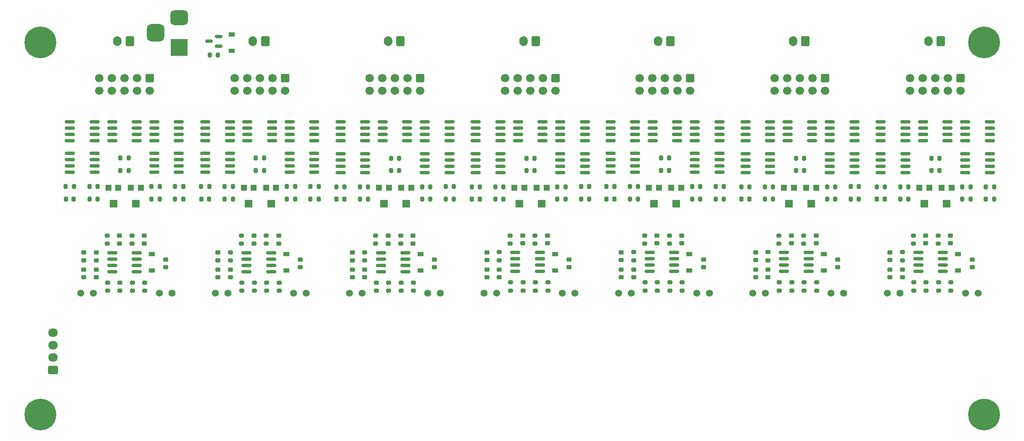
<source format=gts>
G04 #@! TF.GenerationSoftware,KiCad,Pcbnew,(6.0.0)*
G04 #@! TF.CreationDate,2022-10-10T14:03:21+02:00*
G04 #@! TF.ProjectId,sonus7_rev1,736f6e75-7337-45f7-9265-76312e6b6963,rev?*
G04 #@! TF.SameCoordinates,Original*
G04 #@! TF.FileFunction,Soldermask,Top*
G04 #@! TF.FilePolarity,Negative*
%FSLAX46Y46*%
G04 Gerber Fmt 4.6, Leading zero omitted, Abs format (unit mm)*
G04 Created by KiCad (PCBNEW (6.0.0)) date 2022-10-10 14:03:21*
%MOMM*%
%LPD*%
G01*
G04 APERTURE LIST*
G04 Aperture macros list*
%AMRoundRect*
0 Rectangle with rounded corners*
0 $1 Rounding radius*
0 $2 $3 $4 $5 $6 $7 $8 $9 X,Y pos of 4 corners*
0 Add a 4 corners polygon primitive as box body*
4,1,4,$2,$3,$4,$5,$6,$7,$8,$9,$2,$3,0*
0 Add four circle primitives for the rounded corners*
1,1,$1+$1,$2,$3*
1,1,$1+$1,$4,$5*
1,1,$1+$1,$6,$7*
1,1,$1+$1,$8,$9*
0 Add four rect primitives between the rounded corners*
20,1,$1+$1,$2,$3,$4,$5,0*
20,1,$1+$1,$4,$5,$6,$7,0*
20,1,$1+$1,$6,$7,$8,$9,0*
20,1,$1+$1,$8,$9,$2,$3,0*%
G04 Aperture macros list end*
%ADD10RoundRect,0.200000X-0.275000X0.200000X-0.275000X-0.200000X0.275000X-0.200000X0.275000X0.200000X0*%
%ADD11RoundRect,0.150000X-0.825000X-0.150000X0.825000X-0.150000X0.825000X0.150000X-0.825000X0.150000X0*%
%ADD12RoundRect,0.200000X0.275000X-0.200000X0.275000X0.200000X-0.275000X0.200000X-0.275000X-0.200000X0*%
%ADD13RoundRect,0.200000X-0.200000X-0.275000X0.200000X-0.275000X0.200000X0.275000X-0.200000X0.275000X0*%
%ADD14RoundRect,0.225000X-0.250000X0.225000X-0.250000X-0.225000X0.250000X-0.225000X0.250000X0.225000X0*%
%ADD15RoundRect,0.225000X0.250000X-0.225000X0.250000X0.225000X-0.250000X0.225000X-0.250000X-0.225000X0*%
%ADD16R,1.200000X0.900000*%
%ADD17C,6.400000*%
%ADD18C,1.400000*%
%ADD19RoundRect,0.250000X-0.600000X0.600000X-0.600000X-0.600000X0.600000X-0.600000X0.600000X0.600000X0*%
%ADD20C,1.700000*%
%ADD21RoundRect,0.250000X0.725000X-0.600000X0.725000X0.600000X-0.725000X0.600000X-0.725000X-0.600000X0*%
%ADD22O,1.950000X1.700000*%
%ADD23R,1.200000X1.200000*%
%ADD24R,1.600000X1.500000*%
%ADD25RoundRect,0.150000X0.587500X0.150000X-0.587500X0.150000X-0.587500X-0.150000X0.587500X-0.150000X0*%
%ADD26RoundRect,0.250000X0.600000X0.750000X-0.600000X0.750000X-0.600000X-0.750000X0.600000X-0.750000X0*%
%ADD27O,1.700000X2.000000*%
%ADD28RoundRect,0.200000X0.200000X0.275000X-0.200000X0.275000X-0.200000X-0.275000X0.200000X-0.275000X0*%
%ADD29RoundRect,0.225000X-0.225000X-0.250000X0.225000X-0.250000X0.225000X0.250000X-0.225000X0.250000X0*%
%ADD30R,3.500000X3.500000*%
%ADD31RoundRect,0.750000X-1.000000X0.750000X-1.000000X-0.750000X1.000000X-0.750000X1.000000X0.750000X0*%
%ADD32RoundRect,0.875000X-0.875000X0.875000X-0.875000X-0.875000X0.875000X-0.875000X0.875000X0.875000X0*%
G04 APERTURE END LIST*
D10*
X207350000Y-101850000D03*
X207350000Y-103500000D03*
D11*
X187972500Y-75877500D03*
X187972500Y-77147500D03*
X187972500Y-78417500D03*
X187972500Y-79687500D03*
X192922500Y-79687500D03*
X192922500Y-78417500D03*
X192922500Y-77147500D03*
X192922500Y-75877500D03*
X62212500Y-75857500D03*
X62212500Y-77127500D03*
X62212500Y-78397500D03*
X62212500Y-79667500D03*
X67162500Y-79667500D03*
X67162500Y-78397500D03*
X67162500Y-77127500D03*
X67162500Y-75857500D03*
D12*
X47537500Y-103532500D03*
X47537500Y-101882500D03*
D13*
X110607500Y-82542500D03*
X112257500Y-82542500D03*
D11*
X143787500Y-75857500D03*
X143787500Y-77127500D03*
X143787500Y-78397500D03*
X143787500Y-79667500D03*
X148737500Y-79667500D03*
X148737500Y-78397500D03*
X148737500Y-77127500D03*
X148737500Y-75857500D03*
D14*
X145950000Y-99250000D03*
X145950000Y-100800000D03*
D12*
X42437500Y-94057500D03*
X42437500Y-92407500D03*
D13*
X214637500Y-85072500D03*
X216287500Y-85072500D03*
D12*
X96637500Y-103532500D03*
X96637500Y-101882500D03*
D14*
X64787500Y-99282500D03*
X64787500Y-100832500D03*
D13*
X147712500Y-85032500D03*
X149362500Y-85032500D03*
X66137500Y-85032500D03*
X67787500Y-85032500D03*
X137857500Y-85052500D03*
X139507500Y-85052500D03*
D15*
X121400000Y-100800000D03*
X121400000Y-99250000D03*
D12*
X128700000Y-103500000D03*
X128700000Y-101850000D03*
D13*
X105857500Y-82552500D03*
X107507500Y-82552500D03*
D12*
X202550000Y-97400000D03*
X202550000Y-95750000D03*
D11*
X51962500Y-75857500D03*
X51962500Y-77127500D03*
X51962500Y-78397500D03*
X51962500Y-79667500D03*
X56912500Y-79667500D03*
X56912500Y-78397500D03*
X56912500Y-77127500D03*
X56912500Y-75857500D03*
D16*
X159700000Y-99450000D03*
X159700000Y-96150000D03*
D11*
X198212500Y-75897500D03*
X198212500Y-77167500D03*
X198212500Y-78437500D03*
X198212500Y-79707500D03*
X203162500Y-79707500D03*
X203162500Y-78437500D03*
X203162500Y-77167500D03*
X203162500Y-75897500D03*
X143787500Y-69472500D03*
X143787500Y-70742500D03*
X143787500Y-72012500D03*
X143787500Y-73282500D03*
X148737500Y-73282500D03*
X148737500Y-72012500D03*
X148737500Y-70742500D03*
X148737500Y-69472500D03*
D13*
X153962500Y-76782500D03*
X155612500Y-76782500D03*
D16*
X78537500Y-99482500D03*
X78537500Y-96182500D03*
D12*
X177700000Y-94025000D03*
X177700000Y-92375000D03*
X155650000Y-94025000D03*
X155650000Y-92375000D03*
D13*
X187397500Y-82552500D03*
X189047500Y-82552500D03*
D15*
X126100000Y-93975000D03*
X126100000Y-92425000D03*
D11*
X178725000Y-95845000D03*
X178725000Y-97115000D03*
X178725000Y-98385000D03*
X178725000Y-99655000D03*
X183675000Y-99655000D03*
X183675000Y-98385000D03*
X183675000Y-97115000D03*
X183675000Y-95845000D03*
D13*
X174897500Y-85052500D03*
X176547500Y-85052500D03*
D17*
X29000000Y-53500000D03*
D10*
X126200000Y-101850000D03*
X126200000Y-103500000D03*
D11*
X106432500Y-69492500D03*
X106432500Y-70762500D03*
X106432500Y-72032500D03*
X106432500Y-73302500D03*
X111382500Y-73302500D03*
X111382500Y-72032500D03*
X111382500Y-70762500D03*
X111382500Y-69492500D03*
D18*
X52937500Y-104032500D03*
X55477500Y-104032500D03*
D13*
X197387500Y-82572500D03*
X199037500Y-82572500D03*
D12*
X155750000Y-103500000D03*
X155750000Y-101850000D03*
D11*
X152287500Y-69472500D03*
X152287500Y-70742500D03*
X152287500Y-72012500D03*
X152287500Y-73282500D03*
X157237500Y-73282500D03*
X157237500Y-72012500D03*
X157237500Y-70742500D03*
X157237500Y-69472500D03*
D13*
X120607500Y-82552500D03*
X122257500Y-82552500D03*
X120607500Y-85052500D03*
X122257500Y-85052500D03*
D10*
X158250000Y-101850000D03*
X158250000Y-103500000D03*
D13*
X153962500Y-79282500D03*
X155612500Y-79282500D03*
D19*
X78267500Y-60625000D03*
D20*
X78267500Y-63165000D03*
X75727500Y-60625000D03*
X75727500Y-63165000D03*
X73187500Y-60625000D03*
X73187500Y-63165000D03*
X70647500Y-60625000D03*
X70647500Y-63165000D03*
X68107500Y-60625000D03*
X68107500Y-63165000D03*
D15*
X145950000Y-97350000D03*
X145950000Y-95800000D03*
D13*
X83387500Y-85032500D03*
X85037500Y-85032500D03*
X214637500Y-82572500D03*
X216287500Y-82572500D03*
X105857500Y-85052500D03*
X107507500Y-85052500D03*
X93357500Y-82552500D03*
X95007500Y-82552500D03*
X66137500Y-82532500D03*
X67787500Y-82532500D03*
X72387500Y-79282500D03*
X74037500Y-79282500D03*
D15*
X180200000Y-93975000D03*
X180200000Y-92425000D03*
D18*
X134100000Y-104000000D03*
X136640000Y-104000000D03*
D13*
X51387500Y-82532500D03*
X53037500Y-82532500D03*
D11*
X116682500Y-75877500D03*
X116682500Y-77147500D03*
X116682500Y-78417500D03*
X116682500Y-79687500D03*
X121632500Y-79687500D03*
X121632500Y-78417500D03*
X121632500Y-77147500D03*
X121632500Y-75877500D03*
X125182500Y-69492500D03*
X125182500Y-70762500D03*
X125182500Y-72032500D03*
X125182500Y-73302500D03*
X130132500Y-73302500D03*
X130132500Y-72032500D03*
X130132500Y-70762500D03*
X130132500Y-69492500D03*
D10*
X104137500Y-101882500D03*
X104137500Y-103532500D03*
D21*
X31532500Y-119500000D03*
D22*
X31532500Y-117000000D03*
X31532500Y-114500000D03*
X31532500Y-112000000D03*
D23*
X130932500Y-82752500D03*
D24*
X129932500Y-86002500D03*
D23*
X128932500Y-82752500D03*
D15*
X200050000Y-97350000D03*
X200050000Y-95800000D03*
D10*
X180300000Y-101850000D03*
X180300000Y-103500000D03*
D13*
X51387500Y-85032500D03*
X53037500Y-85032500D03*
D11*
X133682500Y-69492500D03*
X133682500Y-70762500D03*
X133682500Y-72032500D03*
X133682500Y-73302500D03*
X138632500Y-73302500D03*
X138632500Y-72032500D03*
X138632500Y-70762500D03*
X138632500Y-69492500D03*
D13*
X93357500Y-85052500D03*
X95007500Y-85052500D03*
X181147500Y-76802500D03*
X182797500Y-76802500D03*
D12*
X47437500Y-94057500D03*
X47437500Y-92407500D03*
D15*
X91837500Y-97382500D03*
X91837500Y-95832500D03*
D13*
X208387500Y-79322500D03*
X210037500Y-79322500D03*
D11*
X51962500Y-69472500D03*
X51962500Y-70742500D03*
X51962500Y-72012500D03*
X51962500Y-73282500D03*
X56912500Y-73282500D03*
X56912500Y-72012500D03*
X56912500Y-70742500D03*
X56912500Y-69472500D03*
D13*
X181147500Y-79302500D03*
X182797500Y-79302500D03*
D10*
X45037500Y-101882500D03*
X45037500Y-103532500D03*
D12*
X69487500Y-94057500D03*
X69487500Y-92407500D03*
D13*
X56137500Y-85032500D03*
X57787500Y-85032500D03*
D10*
X72087500Y-101882500D03*
X72087500Y-103532500D03*
D11*
X97562500Y-95877500D03*
X97562500Y-97147500D03*
X97562500Y-98417500D03*
X97562500Y-99687500D03*
X102512500Y-99687500D03*
X102512500Y-98417500D03*
X102512500Y-97147500D03*
X102512500Y-95877500D03*
D13*
X61387500Y-82532500D03*
X63037500Y-82532500D03*
D15*
X76987500Y-94007500D03*
X76987500Y-92457500D03*
D25*
X64875000Y-54200000D03*
X64875000Y-52300000D03*
X63000000Y-53250000D03*
D10*
X212350000Y-101850000D03*
X212350000Y-103500000D03*
D11*
X198212500Y-69512500D03*
X198212500Y-70782500D03*
X198212500Y-72052500D03*
X198212500Y-73322500D03*
X203162500Y-73322500D03*
X203162500Y-72052500D03*
X203162500Y-70782500D03*
X203162500Y-69512500D03*
D23*
X44712500Y-82732500D03*
D24*
X43712500Y-85982500D03*
D23*
X42712500Y-82732500D03*
D13*
X110607500Y-85052500D03*
X112257500Y-85052500D03*
D15*
X207250000Y-93975000D03*
X207250000Y-92425000D03*
D13*
X78637500Y-82532500D03*
X80287500Y-82532500D03*
D18*
X37187500Y-104032500D03*
X39727500Y-104032500D03*
D12*
X67287500Y-97432500D03*
X67287500Y-95782500D03*
D26*
X155877500Y-53212500D03*
D27*
X153377500Y-53212500D03*
D15*
X40237500Y-100832500D03*
X40237500Y-99282500D03*
D18*
X199500000Y-104000000D03*
X202040000Y-104000000D03*
D12*
X74587500Y-103532500D03*
X74587500Y-101882500D03*
D13*
X45137500Y-76782500D03*
X46787500Y-76782500D03*
D12*
X96537500Y-94057500D03*
X96537500Y-92407500D03*
D28*
X64762500Y-56000000D03*
X63112500Y-56000000D03*
D23*
X99182500Y-82752500D03*
D24*
X98182500Y-86002500D03*
D23*
X97182500Y-82752500D03*
X126432500Y-82752500D03*
D24*
X125432500Y-86002500D03*
D23*
X124432500Y-82752500D03*
D15*
X71987500Y-94007500D03*
X71987500Y-92457500D03*
D13*
X78637500Y-85032500D03*
X80287500Y-85032500D03*
D14*
X37737500Y-99282500D03*
X37737500Y-100832500D03*
D13*
X164962500Y-82522500D03*
X166612500Y-82522500D03*
D18*
X215250000Y-104000000D03*
X217790000Y-104000000D03*
D15*
X104037500Y-94007500D03*
X104037500Y-92457500D03*
D13*
X142962500Y-82532500D03*
X144612500Y-82532500D03*
X99607500Y-79302500D03*
X101257500Y-79302500D03*
D15*
X158150000Y-93975000D03*
X158150000Y-92425000D03*
X189550000Y-98775000D03*
X189550000Y-97225000D03*
D12*
X101637500Y-103532500D03*
X101637500Y-101882500D03*
D13*
X219387500Y-85072500D03*
X221037500Y-85072500D03*
D11*
X89432500Y-69492500D03*
X89432500Y-70762500D03*
X89432500Y-72032500D03*
X89432500Y-73302500D03*
X94382500Y-73302500D03*
X94382500Y-72032500D03*
X94382500Y-70762500D03*
X94382500Y-69492500D03*
D19*
X132737500Y-60645000D03*
D20*
X132737500Y-63185000D03*
X130197500Y-60645000D03*
X130197500Y-63185000D03*
X127657500Y-60645000D03*
X127657500Y-63185000D03*
X125117500Y-60645000D03*
X125117500Y-63185000D03*
X122577500Y-60645000D03*
X122577500Y-63185000D03*
D11*
X215212500Y-69512500D03*
X215212500Y-70782500D03*
X215212500Y-72052500D03*
X215212500Y-73322500D03*
X220162500Y-73322500D03*
X220162500Y-72052500D03*
X220162500Y-70782500D03*
X220162500Y-69512500D03*
D29*
X61437500Y-85032500D03*
X62987500Y-85032500D03*
D12*
X209850000Y-103500000D03*
X209850000Y-101850000D03*
X204850000Y-103500000D03*
X204850000Y-101850000D03*
D13*
X45137500Y-79282500D03*
X46787500Y-79282500D03*
X170147500Y-82552500D03*
X171797500Y-82552500D03*
D15*
X173000000Y-97350000D03*
X173000000Y-95800000D03*
D13*
X83387500Y-82522500D03*
X85037500Y-82522500D03*
D10*
X185300000Y-101850000D03*
X185300000Y-103500000D03*
D15*
X108387500Y-98807500D03*
X108387500Y-97257500D03*
D12*
X121400000Y-97400000D03*
X121400000Y-95750000D03*
D23*
X153537500Y-82732500D03*
D24*
X152537500Y-85982500D03*
D23*
X151537500Y-82732500D03*
D14*
X118900000Y-99250000D03*
X118900000Y-100800000D03*
D16*
X105587500Y-99482500D03*
X105587500Y-96182500D03*
D12*
X150750000Y-103500000D03*
X150750000Y-101850000D03*
X94337500Y-97432500D03*
X94337500Y-95782500D03*
D13*
X192147500Y-82542500D03*
X193797500Y-82542500D03*
D17*
X29000000Y-128500000D03*
D16*
X132650000Y-99450000D03*
X132650000Y-96150000D03*
D13*
X137857500Y-82542500D03*
X139507500Y-82542500D03*
D15*
X54287500Y-98807500D03*
X54287500Y-97257500D03*
D11*
X206712500Y-69512500D03*
X206712500Y-70782500D03*
X206712500Y-72052500D03*
X206712500Y-73322500D03*
X211662500Y-73322500D03*
X211662500Y-72052500D03*
X211662500Y-70782500D03*
X211662500Y-69512500D03*
X133682500Y-75877500D03*
X133682500Y-77147500D03*
X133682500Y-78417500D03*
X133682500Y-79687500D03*
X138632500Y-79687500D03*
X138632500Y-78417500D03*
X138632500Y-77147500D03*
X138632500Y-75877500D03*
D12*
X175500000Y-97400000D03*
X175500000Y-95750000D03*
D18*
X172450000Y-104000000D03*
X174990000Y-104000000D03*
D15*
X99037500Y-94007500D03*
X99037500Y-92457500D03*
D17*
X219000000Y-53500000D03*
D13*
X38887500Y-82532500D03*
X40537500Y-82532500D03*
D12*
X101537500Y-94057500D03*
X101537500Y-92407500D03*
D11*
X160787500Y-75857500D03*
X160787500Y-77127500D03*
X160787500Y-78397500D03*
X160787500Y-79667500D03*
X165737500Y-79667500D03*
X165737500Y-78397500D03*
X165737500Y-77127500D03*
X165737500Y-75857500D03*
D13*
X133107500Y-82552500D03*
X134757500Y-82552500D03*
D12*
X148450000Y-97400000D03*
X148450000Y-95750000D03*
D10*
X153250000Y-101850000D03*
X153250000Y-103500000D03*
D19*
X159842500Y-60625000D03*
D20*
X159842500Y-63165000D03*
X157302500Y-60625000D03*
X157302500Y-63165000D03*
X154762500Y-60625000D03*
X154762500Y-63165000D03*
X152222500Y-60625000D03*
X152222500Y-63165000D03*
X149682500Y-60625000D03*
X149682500Y-63165000D03*
D11*
X62212500Y-69472500D03*
X62212500Y-70742500D03*
X62212500Y-72012500D03*
X62212500Y-73282500D03*
X67162500Y-73282500D03*
X67162500Y-72012500D03*
X67162500Y-70742500D03*
X67162500Y-69472500D03*
X160787500Y-69472500D03*
X160787500Y-70742500D03*
X160787500Y-72012500D03*
X160787500Y-73282500D03*
X165737500Y-73282500D03*
X165737500Y-72012500D03*
X165737500Y-70742500D03*
X165737500Y-69472500D03*
X97932500Y-69492500D03*
X97932500Y-70762500D03*
X97932500Y-72032500D03*
X97932500Y-73302500D03*
X102882500Y-73302500D03*
X102882500Y-72032500D03*
X102882500Y-70762500D03*
X102882500Y-69492500D03*
D13*
X72387500Y-76782500D03*
X74037500Y-76782500D03*
D15*
X94337500Y-100832500D03*
X94337500Y-99282500D03*
D12*
X177800000Y-103500000D03*
X177800000Y-101850000D03*
D26*
X101522500Y-53232500D03*
D27*
X99022500Y-53232500D03*
D19*
X214267500Y-60665000D03*
D20*
X214267500Y-63205000D03*
X211727500Y-60665000D03*
X211727500Y-63205000D03*
X209187500Y-60665000D03*
X209187500Y-63205000D03*
X206647500Y-60665000D03*
X206647500Y-63205000D03*
X204107500Y-60665000D03*
X204107500Y-63205000D03*
D15*
X212250000Y-93975000D03*
X212250000Y-92425000D03*
D23*
X185222500Y-82752500D03*
D24*
X184222500Y-86002500D03*
D23*
X183222500Y-82752500D03*
D11*
X124625000Y-95845000D03*
X124625000Y-97115000D03*
X124625000Y-98385000D03*
X124625000Y-99655000D03*
X129575000Y-99655000D03*
X129575000Y-98385000D03*
X129575000Y-97115000D03*
X129575000Y-95845000D03*
D12*
X150650000Y-94025000D03*
X150650000Y-92375000D03*
D13*
X38887500Y-85032500D03*
X40537500Y-85032500D03*
D23*
X212462500Y-82772500D03*
D24*
X211462500Y-86022500D03*
D23*
X210462500Y-82772500D03*
D13*
X208387500Y-76822500D03*
X210037500Y-76822500D03*
D15*
X49937500Y-94007500D03*
X49937500Y-92457500D03*
D11*
X79212500Y-69472500D03*
X79212500Y-70742500D03*
X79212500Y-72012500D03*
X79212500Y-73282500D03*
X84162500Y-73282500D03*
X84162500Y-72012500D03*
X84162500Y-70742500D03*
X84162500Y-69472500D03*
D12*
X182700000Y-94025000D03*
X182700000Y-92375000D03*
D18*
X79987500Y-104032500D03*
X82527500Y-104032500D03*
D11*
X151675000Y-95845000D03*
X151675000Y-97115000D03*
X151675000Y-98385000D03*
X151675000Y-99655000D03*
X156625000Y-99655000D03*
X156625000Y-98385000D03*
X156625000Y-97115000D03*
X156625000Y-95845000D03*
D13*
X160212500Y-85032500D03*
X161862500Y-85032500D03*
D16*
X51487500Y-99482500D03*
X51487500Y-96182500D03*
D30*
X56957500Y-54500000D03*
D31*
X56957500Y-48500000D03*
D32*
X52257500Y-51500000D03*
D12*
X209750000Y-94025000D03*
X209750000Y-92375000D03*
D14*
X200050000Y-99250000D03*
X200050000Y-100800000D03*
D11*
X70512500Y-95877500D03*
X70512500Y-97147500D03*
X70512500Y-98417500D03*
X70512500Y-99687500D03*
X75462500Y-99687500D03*
X75462500Y-98417500D03*
X75462500Y-97147500D03*
X75462500Y-95877500D03*
D23*
X49212500Y-82732500D03*
D24*
X48212500Y-85982500D03*
D23*
X47212500Y-82732500D03*
D11*
X70712500Y-69472500D03*
X70712500Y-70742500D03*
X70712500Y-72012500D03*
X70712500Y-73282500D03*
X75662500Y-73282500D03*
X75662500Y-72012500D03*
X75662500Y-70742500D03*
X75662500Y-69472500D03*
X43462500Y-69472500D03*
X43462500Y-70742500D03*
X43462500Y-72012500D03*
X43462500Y-73282500D03*
X48412500Y-73282500D03*
X48412500Y-72012500D03*
X48412500Y-70742500D03*
X48412500Y-69472500D03*
D13*
X133107500Y-85052500D03*
X134757500Y-85052500D03*
X202137500Y-85072500D03*
X203787500Y-85072500D03*
D14*
X173000000Y-99250000D03*
X173000000Y-100800000D03*
D15*
X162500000Y-98775000D03*
X162500000Y-97225000D03*
D18*
X118350000Y-104000000D03*
X120890000Y-104000000D03*
D23*
X71962500Y-82732500D03*
D24*
X70962500Y-85982500D03*
D23*
X69962500Y-82732500D03*
D26*
X183062500Y-53232500D03*
D27*
X180562500Y-53232500D03*
D13*
X202137500Y-82572500D03*
X203787500Y-82572500D03*
D29*
X34187500Y-85032500D03*
X35737500Y-85032500D03*
D13*
X187397500Y-85052500D03*
X189047500Y-85052500D03*
D29*
X143012500Y-85032500D03*
X144562500Y-85032500D03*
D12*
X40237500Y-97432500D03*
X40237500Y-95782500D03*
D11*
X215212500Y-75897500D03*
X215212500Y-77167500D03*
X215212500Y-78437500D03*
X215212500Y-79707500D03*
X220162500Y-79707500D03*
X220162500Y-78437500D03*
X220162500Y-77167500D03*
X220162500Y-75897500D03*
D18*
X91287500Y-104032500D03*
X93827500Y-104032500D03*
D29*
X170197500Y-85052500D03*
X171747500Y-85052500D03*
D12*
X74487500Y-94057500D03*
X74487500Y-92407500D03*
D17*
X219000000Y-128500000D03*
D26*
X47052500Y-53212500D03*
D27*
X44552500Y-53212500D03*
D15*
X216600000Y-98775000D03*
X216600000Y-97225000D03*
D11*
X116682500Y-69492500D03*
X116682500Y-70762500D03*
X116682500Y-72032500D03*
X116682500Y-73302500D03*
X121632500Y-73302500D03*
X121632500Y-72032500D03*
X121632500Y-70762500D03*
X121632500Y-69492500D03*
X34962500Y-69472500D03*
X34962500Y-70742500D03*
X34962500Y-72012500D03*
X34962500Y-73282500D03*
X39912500Y-73282500D03*
X39912500Y-72012500D03*
X39912500Y-70742500D03*
X39912500Y-69472500D03*
D15*
X153150000Y-93975000D03*
X153150000Y-92425000D03*
D23*
X180722500Y-82752500D03*
D24*
X179722500Y-86002500D03*
D23*
X178722500Y-82752500D03*
D15*
X175500000Y-100800000D03*
X175500000Y-99250000D03*
D12*
X128600000Y-94025000D03*
X128600000Y-92375000D03*
D15*
X64787500Y-97382500D03*
X64787500Y-95832500D03*
D13*
X160212500Y-82532500D03*
X161862500Y-82532500D03*
D12*
X204750000Y-94025000D03*
X204750000Y-92375000D03*
X42537500Y-103532500D03*
X42537500Y-101882500D03*
D10*
X131200000Y-101850000D03*
X131200000Y-103500000D03*
D15*
X135450000Y-98775000D03*
X135450000Y-97225000D03*
D18*
X64237500Y-104032500D03*
X66777500Y-104032500D03*
D15*
X37737500Y-97382500D03*
X37737500Y-95832500D03*
D13*
X99607500Y-76802500D03*
X101257500Y-76802500D03*
D11*
X106432500Y-75877500D03*
X106432500Y-77147500D03*
X106432500Y-78417500D03*
X106432500Y-79687500D03*
X111382500Y-79687500D03*
X111382500Y-78417500D03*
X111382500Y-77147500D03*
X111382500Y-75877500D03*
D29*
X88657500Y-85052500D03*
X90207500Y-85052500D03*
D15*
X118900000Y-97350000D03*
X118900000Y-95800000D03*
D11*
X170972500Y-75877500D03*
X170972500Y-77147500D03*
X170972500Y-78417500D03*
X170972500Y-79687500D03*
X175922500Y-79687500D03*
X175922500Y-78417500D03*
X175922500Y-77147500D03*
X175922500Y-75877500D03*
D12*
X182800000Y-103500000D03*
X182800000Y-101850000D03*
D16*
X67500000Y-51900000D03*
X67500000Y-55200000D03*
D13*
X56137500Y-82522500D03*
X57787500Y-82522500D03*
D19*
X187027500Y-60645000D03*
D20*
X187027500Y-63185000D03*
X184487500Y-60645000D03*
X184487500Y-63185000D03*
X181947500Y-60645000D03*
X181947500Y-63185000D03*
X179407500Y-60645000D03*
X179407500Y-63185000D03*
X176867500Y-60645000D03*
X176867500Y-63185000D03*
D13*
X147712500Y-82532500D03*
X149362500Y-82532500D03*
D11*
X43462500Y-95877500D03*
X43462500Y-97147500D03*
X43462500Y-98417500D03*
X43462500Y-99687500D03*
X48412500Y-99687500D03*
X48412500Y-98417500D03*
X48412500Y-97147500D03*
X48412500Y-95877500D03*
X170972500Y-69492500D03*
X170972500Y-70762500D03*
X170972500Y-72032500D03*
X170972500Y-73302500D03*
X175922500Y-73302500D03*
X175922500Y-72032500D03*
X175922500Y-70762500D03*
X175922500Y-69492500D03*
X34962500Y-75857500D03*
X34962500Y-77127500D03*
X34962500Y-78397500D03*
X34962500Y-79667500D03*
X39912500Y-79667500D03*
X39912500Y-78397500D03*
X39912500Y-77127500D03*
X39912500Y-75857500D03*
D26*
X210302500Y-53252500D03*
D27*
X207802500Y-53252500D03*
D16*
X213800000Y-99450000D03*
X213800000Y-96150000D03*
D10*
X77087500Y-101882500D03*
X77087500Y-103532500D03*
D18*
X145400000Y-104000000D03*
X147940000Y-104000000D03*
D19*
X51017500Y-60625000D03*
D20*
X51017500Y-63165000D03*
X48477500Y-60625000D03*
X48477500Y-63165000D03*
X45937500Y-60625000D03*
X45937500Y-63165000D03*
X43397500Y-60625000D03*
X43397500Y-63165000D03*
X40857500Y-60625000D03*
X40857500Y-63165000D03*
D11*
X79212500Y-75857500D03*
X79212500Y-77127500D03*
X79212500Y-78397500D03*
X79212500Y-79667500D03*
X84162500Y-79667500D03*
X84162500Y-78397500D03*
X84162500Y-77127500D03*
X84162500Y-75857500D03*
D18*
X188200000Y-104000000D03*
X190740000Y-104000000D03*
D15*
X67287500Y-100832500D03*
X67287500Y-99282500D03*
D11*
X89432500Y-75877500D03*
X89432500Y-77147500D03*
X89432500Y-78417500D03*
X89432500Y-79687500D03*
X94382500Y-79687500D03*
X94382500Y-78417500D03*
X94382500Y-77147500D03*
X94382500Y-75877500D03*
D14*
X91837500Y-99282500D03*
X91837500Y-100832500D03*
D18*
X161150000Y-104000000D03*
X163690000Y-104000000D03*
D23*
X207962500Y-82772500D03*
D24*
X206962500Y-86022500D03*
D23*
X205962500Y-82772500D03*
D13*
X164962500Y-85032500D03*
X166612500Y-85032500D03*
D29*
X115907500Y-85052500D03*
X117457500Y-85052500D03*
D13*
X126857500Y-76802500D03*
X128507500Y-76802500D03*
D23*
X76462500Y-82732500D03*
D24*
X75462500Y-85982500D03*
D23*
X74462500Y-82732500D03*
D13*
X126857500Y-79302500D03*
X128507500Y-79302500D03*
D10*
X99137500Y-101882500D03*
X99137500Y-103532500D03*
D26*
X128772500Y-53232500D03*
D27*
X126272500Y-53232500D03*
D13*
X219387500Y-82562500D03*
X221037500Y-82562500D03*
X174897500Y-82552500D03*
X176547500Y-82552500D03*
D15*
X44937500Y-94007500D03*
X44937500Y-92457500D03*
D13*
X88607500Y-82552500D03*
X90257500Y-82552500D03*
D12*
X123700000Y-103500000D03*
X123700000Y-101850000D03*
D15*
X81337500Y-98807500D03*
X81337500Y-97257500D03*
D29*
X197437500Y-85072500D03*
X198987500Y-85072500D03*
D15*
X185200000Y-93975000D03*
X185200000Y-92425000D03*
D11*
X205775000Y-95845000D03*
X205775000Y-97115000D03*
X205775000Y-98385000D03*
X205775000Y-99655000D03*
X210725000Y-99655000D03*
X210725000Y-98385000D03*
X210725000Y-97115000D03*
X210725000Y-95845000D03*
D13*
X34137500Y-82532500D03*
X35787500Y-82532500D03*
D10*
X50037500Y-101882500D03*
X50037500Y-103532500D03*
D16*
X186750000Y-99450000D03*
X186750000Y-96150000D03*
D19*
X105487500Y-60645000D03*
D20*
X105487500Y-63185000D03*
X102947500Y-60645000D03*
X102947500Y-63185000D03*
X100407500Y-60645000D03*
X100407500Y-63185000D03*
X97867500Y-60645000D03*
X97867500Y-63185000D03*
X95327500Y-60645000D03*
X95327500Y-63185000D03*
D23*
X158037500Y-82732500D03*
D24*
X157037500Y-85982500D03*
D23*
X156037500Y-82732500D03*
D12*
X69587500Y-103532500D03*
X69587500Y-101882500D03*
D15*
X202550000Y-100800000D03*
X202550000Y-99250000D03*
D26*
X74302500Y-53212500D03*
D27*
X71802500Y-53212500D03*
D13*
X192147500Y-85052500D03*
X193797500Y-85052500D03*
D15*
X131100000Y-93975000D03*
X131100000Y-92425000D03*
D18*
X107037500Y-104032500D03*
X109577500Y-104032500D03*
D23*
X103682500Y-82752500D03*
D24*
X102682500Y-86002500D03*
D23*
X101682500Y-82752500D03*
D11*
X179472500Y-69492500D03*
X179472500Y-70762500D03*
X179472500Y-72032500D03*
X179472500Y-73302500D03*
X184422500Y-73302500D03*
X184422500Y-72032500D03*
X184422500Y-70762500D03*
X184422500Y-69492500D03*
D13*
X115857500Y-82552500D03*
X117507500Y-82552500D03*
D11*
X187972500Y-69492500D03*
X187972500Y-70762500D03*
X187972500Y-72032500D03*
X187972500Y-73302500D03*
X192922500Y-73302500D03*
X192922500Y-72032500D03*
X192922500Y-70762500D03*
X192922500Y-69492500D03*
D12*
X123600000Y-94025000D03*
X123600000Y-92375000D03*
D15*
X148450000Y-100800000D03*
X148450000Y-99250000D03*
M02*

</source>
